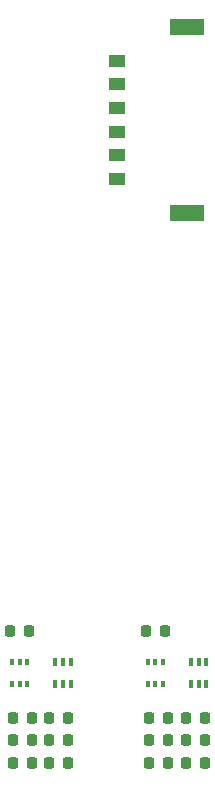
<source format=gbp>
%TF.GenerationSoftware,KiCad,Pcbnew,(6.0.4-0)*%
%TF.CreationDate,2022-05-13T14:17:41-07:00*%
%TF.ProjectId,solar-panel-side-X-plus,736f6c61-722d-4706-916e-656c2d736964,rev?*%
%TF.SameCoordinates,Original*%
%TF.FileFunction,Paste,Bot*%
%TF.FilePolarity,Positive*%
%FSLAX46Y46*%
G04 Gerber Fmt 4.6, Leading zero omitted, Abs format (unit mm)*
G04 Created by KiCad (PCBNEW (6.0.4-0)) date 2022-05-13 14:17:41*
%MOMM*%
%LPD*%
G01*
G04 APERTURE LIST*
G04 Aperture macros list*
%AMRoundRect*
0 Rectangle with rounded corners*
0 $1 Rounding radius*
0 $2 $3 $4 $5 $6 $7 $8 $9 X,Y pos of 4 corners*
0 Add a 4 corners polygon primitive as box body*
4,1,4,$2,$3,$4,$5,$6,$7,$8,$9,$2,$3,0*
0 Add four circle primitives for the rounded corners*
1,1,$1+$1,$2,$3*
1,1,$1+$1,$4,$5*
1,1,$1+$1,$6,$7*
1,1,$1+$1,$8,$9*
0 Add four rect primitives between the rounded corners*
20,1,$1+$1,$2,$3,$4,$5,0*
20,1,$1+$1,$4,$5,$6,$7,0*
20,1,$1+$1,$6,$7,$8,$9,0*
20,1,$1+$1,$8,$9,$2,$3,0*%
G04 Aperture macros list end*
%ADD10R,1.450000X1.100000*%
%ADD11R,2.900000X1.350000*%
%ADD12RoundRect,0.218750X-0.218750X-0.256250X0.218750X-0.256250X0.218750X0.256250X-0.218750X0.256250X0*%
%ADD13R,0.400000X0.650000*%
%ADD14RoundRect,0.218750X0.218750X0.256250X-0.218750X0.256250X-0.218750X-0.256250X0.218750X-0.256250X0*%
%ADD15R,0.400000X0.600000*%
G04 APERTURE END LIST*
D10*
%TO.C,J1*%
X120910000Y-54944000D03*
X120910000Y-56944000D03*
X120910000Y-58944000D03*
X120910000Y-60944000D03*
X120910000Y-62944000D03*
X120910000Y-64944000D03*
D11*
X126885000Y-52049000D03*
X126885000Y-67839000D03*
%TD*%
D12*
%TO.C,R8*%
X124943490Y-103199510D03*
X123368490Y-103199510D03*
%TD*%
%TO.C,R6*%
X125197490Y-112462510D03*
X123622490Y-112462510D03*
%TD*%
D13*
%TO.C,Q2*%
X127173990Y-105805510D03*
X127823990Y-105805510D03*
X128473990Y-105805510D03*
X128473990Y-107705510D03*
X127823990Y-107705510D03*
X127173990Y-107705510D03*
%TD*%
D12*
%TO.C,R4*%
X128357490Y-112462510D03*
X126782490Y-112462510D03*
%TD*%
%TO.C,R3*%
X116733990Y-112462510D03*
X115158990Y-112462510D03*
%TD*%
D14*
%TO.C,R10*%
X123622490Y-110557510D03*
X125197490Y-110557510D03*
%TD*%
D15*
%TO.C,Q3*%
X112019990Y-105805510D03*
X112669990Y-105805510D03*
X113319990Y-105805510D03*
X113319990Y-107705510D03*
X112669990Y-107705510D03*
X112019990Y-107705510D03*
%TD*%
D12*
%TO.C,R7*%
X113457490Y-103199510D03*
X111882490Y-103199510D03*
%TD*%
D14*
%TO.C,C2*%
X112136490Y-114367510D03*
X113711490Y-114367510D03*
%TD*%
D12*
%TO.C,R11*%
X116733990Y-114367510D03*
X115158990Y-114367510D03*
%TD*%
D13*
%TO.C,Q1*%
X115687990Y-105805510D03*
X116337990Y-105805510D03*
X116987990Y-105805510D03*
X116987990Y-107705510D03*
X116337990Y-107705510D03*
X115687990Y-107705510D03*
%TD*%
D14*
%TO.C,R1*%
X115158990Y-110557510D03*
X116733990Y-110557510D03*
%TD*%
%TO.C,R5*%
X112136490Y-112462510D03*
X113711490Y-112462510D03*
%TD*%
%TO.C,C3*%
X123622490Y-114367510D03*
X125197490Y-114367510D03*
%TD*%
D15*
%TO.C,Q4*%
X123505990Y-105805510D03*
X124155990Y-105805510D03*
X124805990Y-105805510D03*
X124805990Y-107705510D03*
X124155990Y-107705510D03*
X123505990Y-107705510D03*
%TD*%
D14*
%TO.C,R2*%
X126782490Y-110557510D03*
X128357490Y-110557510D03*
%TD*%
D12*
%TO.C,R12*%
X128357490Y-114367510D03*
X126782490Y-114367510D03*
%TD*%
%TO.C,R9*%
X112136490Y-110557510D03*
X113711490Y-110557510D03*
%TD*%
M02*

</source>
